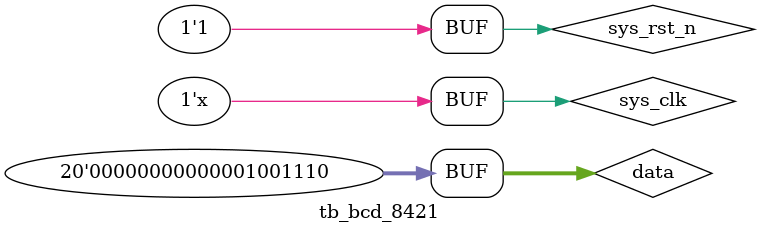
<source format=v>
`timescale  1ns/1ns

module  tb_bcd_8421();

reg              sys_clk     ;
reg              sys_rst_n   ;
reg      [19:0]  data        ;
                        
wire     [3:0]   unit        ;
wire     [3:0]   ten         ;
wire     [3:0]   hun         ;
wire     [3:0]   tho         ;
wire     [3:0]   t_tho       ;
wire     [3:0]   h_hun       ;

initial begin
    sys_clk    = 1'b1;
    sys_rst_n <= 1'b0;
    data      <= 20'd987665;    
    #20
    sys_rst_n <= 1'b1;
    #3000
    data      <= 20'd5478;
    #3000
    data      <= 20'd321;
    #3000
    data      <= 20'd78;

end


always #10 sys_clk = ~sys_clk;



bcd_8421    bcd_8421_inst
(
 
    .sys_clk     (sys_clk  ),
    .sys_rst_n   (sys_rst_n),
    .data        (data     ),
   
    .unit        (unit     ),
    .ten         (ten      ),
    .hun         (hun      ),
    .tho         (tho      ),
    .t_tho       (t_tho    ),
    .h_hun       (h_hun    )

 );
 



endmodule
</source>
